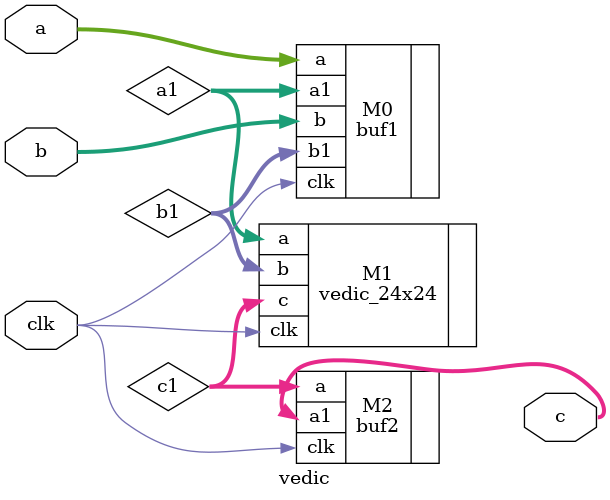
<source format=v>
`timescale 1ns / 1ps
module vedic(
    input [23:0] a,
    input [23:0] b,
    input clk,
    output [23:0] c
    );
wire [23:0] a1,b1;
wire [23:0] c1;
buf1 M0 (.a(a),.b(b),.clk(clk),.a1(a1),.b1(b1));
vedic_24x24 M1 (.a(a1),.b(b1),.clk(clk),.c(c1));
buf2   M2 (.a(c1),.clk(clk),.a1(c));

endmodule

</source>
